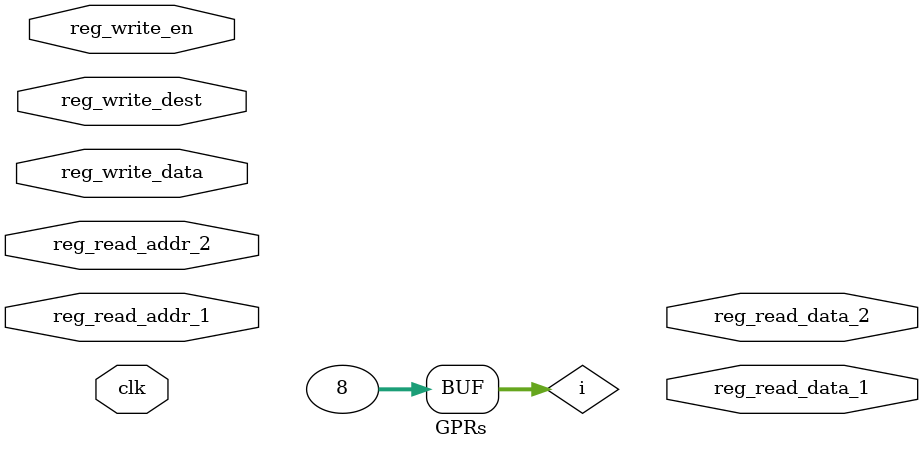
<source format=v>
`timescale 1ns / 1ps


module GPRs(
 input    clk,
 // write port
 input    reg_write_en,
 input  [2:0] reg_write_dest,
 input  [15:0] reg_write_data,
 //read port 1
 input  [2:0] reg_read_addr_1,
 output  [15:0] reg_read_data_1,
 //read port 2
 input  [2:0] reg_read_addr_2,
 output  [15:0] reg_read_data_2
);

reg [15:0] reg_array [7:0];
integer i;
 // write port
 //reg [2:0] i;
initial begin
for(i=0;i<8;i=i+1)
  reg_array[i] <= 16'd0;
end

//WRITE EN LOGIC

 
// READ LOGIC



endmodule

</source>
